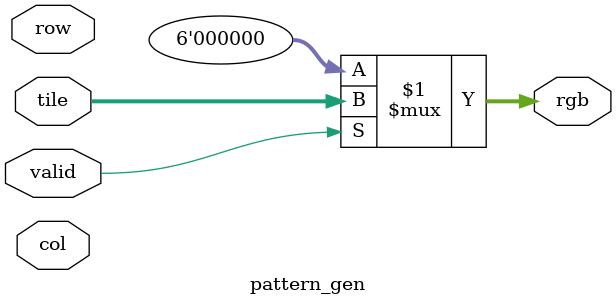
<source format=sv>
module pattern_gen (
    input logic valid,
    input logic [9:0] col,  
    input logic [9:0] row, 
    input logic [5:0] tile,   
    output logic [5:0] rgb      
);

assign rgb = valid ? tile : 6'd0;

endmodule 
</source>
